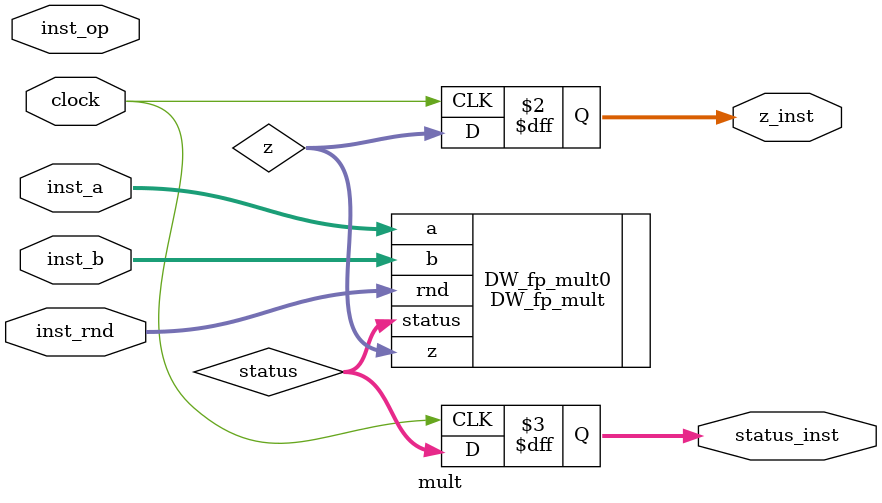
<source format=v>

`include "/afs/eos.ncsu.edu/dist/synopsys2013/syn/dw/sim_ver/DW_fp_mult.v"

     //synopsys translate_on

module mult( clock, inst_a, inst_b, inst_rnd, inst_op, z_inst, status_inst);

// 32-bit
parameter sig_width = 23;
parameter exp_width = 8;
// 64-bit
//parameter sig_width = 52;
//parameter exp_width = 11;
parameter ieee_compliance = 0;

input clock;
input [sig_width+exp_width : 0] inst_a;
input [sig_width+exp_width : 0] inst_b;
input [2 : 0] inst_rnd;
input inst_op;
output [sig_width+exp_width : 0] z_inst;
output [7 : 0] status_inst;

reg [sig_width+exp_width : 0] z_inst;
wire [sig_width+exp_width : 0] z;

reg [7 : 0] status_inst;
wire [7 : 0] status;


always@(posedge clock)
begin
    z_inst<=z;
    status_inst<=status;
end

    // Instance of DW_fp_mult
    DW_fp_mult #(sig_width, 
                 exp_width, 
                 ieee_compliance)
    DW_fp_mult0 ( .a     ( inst_a   ), 
                  .b     ( inst_b   ), 
                  .rnd   ( inst_rnd ), 
                  .z     ( z        ), 
                  .status( status   ));


endmodule

</source>
